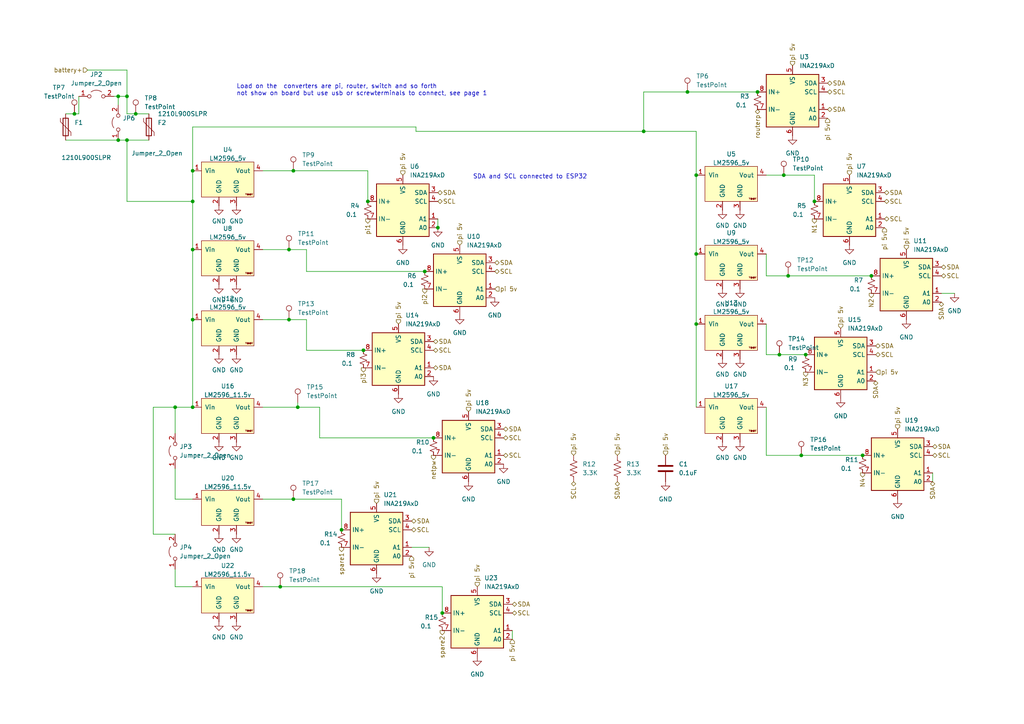
<source format=kicad_sch>
(kicad_sch (version 20211123) (generator eeschema)
  (paper "A4")
  (lib_symbols
    (symbol "Analog_ADC:INA219AxD"
      (property "Reference" "U" (at -6.35 8.89 0))
      (property "Value" "INA219AxD" (at 5.08 8.89 0))
      (symbol "INA219AxD_0_1"
        (rectangle (start -7.62 7.62) (end 7.62 -7.62) (stroke (width 0.254)) (fill (type background)))
      )
      (symbol "INA219AxD_1_1"
        (pin input line (at 10.16 -2.54 180) (length 2.54) (name "A1") (number "1"))
        (pin input line (at 10.16 -5.08 180) (length 2.54) (name "A0") (number "2"))
        (pin bidirectional line (at 10.16 5.08 180) (length 2.54) (name "SDA") (number "3"))
        (pin input line (at 10.16 2.54 180) (length 2.54) (name "SCL") (number "4"))
        (pin power_in line (at 0 10.16 270) (length 2.54) (name "VS") (number "5"))
        (pin power_in line (at 0 -10.16 90) (length 2.54) (name "GND") (number "6"))
        (pin input line (at -10.16 -2.54 0) (length 2.54) (name "IN-") (number "7"))
        (pin input line (at -10.16 2.54 0) (length 2.54) (name "IN+") (number "8"))
      )
    )
    (symbol "Connector:TestPoint" (pin_numbers hide) (pin_names (offset 0.762) hide)
      (property "Reference" "TP" (at 0 6.858 0))
      (property "Value" "TestPoint" (at 0 5.08 0))
      (symbol "TestPoint_0_1"
        (circle (center 0 3.302) (radius 0.762))
      )
      (symbol "TestPoint_1_1"
        (pin passive line (at 0 0 90) (length 2.54) (name "1") (number "1"))
      )
    )
    (symbol "Device:C" (pin_numbers hide) (pin_names (offset 0.254))
      (property "Reference" "C" (at 0.635 2.54 0))
      (property "Value" "C" (at 0.635 -2.54 0))
      (symbol "C_0_1"
        (polyline (pts (xy -2.032 -0.762) (xy 2.032 -0.762)) (stroke (width 0.508)))
        (polyline (pts (xy -2.032 0.762) (xy 2.032 0.762)) (stroke (width 0.508)))
      )
      (symbol "C_1_1"
        (pin passive line (at 0 3.81 270) (length 2.794) (name "~") (number "1"))
        (pin passive line (at 0 -3.81 90) (length 2.794) (name "~") (number "2"))
      )
    )
    (symbol "Device:Polyfuse" (pin_numbers hide) (pin_names (offset 0))
      (property "Reference" "F" (at -2.54 0 90))
      (property "Value" "Polyfuse" (at 2.54 0 90))
      (symbol "Polyfuse_0_1"
        (rectangle (start -0.762 2.54) (end 0.762 -2.54) (stroke (width 0.254)))
        (polyline (pts (xy 0 2.54) (xy 0 -2.54)))
        (polyline (pts (xy -1.524 2.54) (xy -1.524 1.524) (xy 1.524 -1.524) (xy 1.524 -2.54)))
      )
      (symbol "Polyfuse_1_1"
        (pin passive line (at 0 3.81 270) (length 1.27) (name "~") (number "1"))
        (pin passive line (at 0 -3.81 90) (length 1.27) (name "~") (number "2"))
      )
    )
    (symbol "Device:R_Small_US" (pin_numbers hide) (pin_names (offset 0.254) hide)
      (property "Reference" "R" (at 0.762 0.508 0))
      (property "Value" "R_Small_US" (at 0.762 -1.016 0))
      (symbol "R_Small_US_1_1"
        (polyline (pts (xy 0 0) (xy 1.016 -0.381) (xy 0 -0.762) (xy -1.016 -1.143) (xy 0 -1.524)))
        (polyline (pts (xy 0 1.524) (xy 1.016 1.143) (xy 0 0.762) (xy -1.016 0.381) (xy 0 0)))
        (pin passive line (at 0 2.54 270) (length 1.016) (name "~") (number "1"))
        (pin passive line (at 0 -2.54 90) (length 1.016) (name "~") (number "2"))
      )
    )
    (symbol "Device:R_US" (pin_numbers hide) (pin_names (offset 0))
      (property "Reference" "R" (at 2.54 0 90))
      (property "Value" "R_US" (at -2.54 0 90))
      (symbol "R_US_0_1"
        (polyline (pts (xy 0 -2.286) (xy 0 -2.54)))
        (polyline (pts (xy 0 2.286) (xy 0 2.54)))
        (polyline (pts (xy 0 -0.762) (xy 1.016 -1.143) (xy 0 -1.524) (xy -1.016 -1.905) (xy 0 -2.286)))
        (polyline (pts (xy 0 0.762) (xy 1.016 0.381) (xy 0 0) (xy -1.016 -0.381) (xy 0 -0.762)))
        (polyline (pts (xy 0 2.286) (xy 1.016 1.905) (xy 0 1.524) (xy -1.016 1.143) (xy 0 0.762)))
      )
      (symbol "R_US_1_1"
        (pin passive line (at 0 3.81 270) (length 1.27) (name "~") (number "1"))
        (pin passive line (at 0 -3.81 90) (length 1.27) (name "~") (number "2"))
      )
    )
    (symbol "Jumper:Jumper_2_Open" (pin_names (offset 0) hide)
      (property "Reference" "JP" (at 0 2.794 0))
      (property "Value" "Jumper_2_Open" (at 0 -2.286 0))
      (symbol "Jumper_2_Open_0_0"
        (circle (center -2.032 0) (radius 0.508))
        (circle (center 2.032 0) (radius 0.508))
      )
      (symbol "Jumper_2_Open_0_1"
        (arc (start 1.524 1.27) (mid 0 1.778) (end -1.524 1.27))
      )
      (symbol "Jumper_2_Open_1_1"
        (pin passive line (at -5.08 0 0) (length 2.54) (name "A") (number "1"))
        (pin passive line (at 5.08 0 180) (length 2.54) (name "B") (number "2"))
      )
    )
    (symbol "power:GND" (power) (pin_names (offset 0))
      (property "Value" "GND" (at 0 -3.81 0))
      (symbol "GND_0_1"
        (polyline (pts (xy 0 0) (xy 0 -1.27) (xy 1.27 -1.27) (xy 0 -2.54) (xy -1.27 -1.27) (xy 0 -1.27)))
      )
      (symbol "GND_1_1"
        (pin power_in line (at 0 0 270) (length 0) hide (name "GND") (number "1"))
      )
    )
    (symbol "powermanagement:YAAJ_DCDC_StepDown_LM2596" (pin_names (offset 1.016))
      (property "Reference" "U" (at -5.08 6.35 0))
      (property "Value" "YAAJ_DCDC_StepDown_LM2596" (at 0 11.43 0))
      (symbol "YAAJ_DCDC_StepDown_LM2596_0_1"
        (rectangle (start -7.62 5.08) (end 7.62 -5.08) (fill (type background)))
      )
      (symbol "YAAJ_DCDC_StepDown_LM2596_1_1"
        (text "Y@@V" (at 6.1976 -4.2672 0) (effects (font (size 0.508 0.508))))
        (pin power_in line (at -10.16 2.54 0) (length 2.54) (name "Vin") (number "1"))
        (pin power_in line (at -2.54 -7.62 90) (length 2.54) (name "GND") (number "2"))
        (pin power_in line (at 2.54 -7.62 90) (length 2.54) (name "GND") (number "3"))
        (pin power_out line (at 10.16 2.54 180) (length 2.54) (name "Vout") (number "4"))
      )
    )
  )
  (junction (at 219.71 26.67))
  (junction (at 39.37 33.02))
  (junction (at 55.88 72.39))
  (junction (at 125.73 127))
  (junction (at 227.33 50.8))
  (junction (at 201.93 93.98))
  (junction (at 81.28 170.18))
  (junction (at 228.6 80.01))
  (junction (at 55.88 58.42))
  (junction (at 199.39 26.67))
  (junction (at 55.88 118.11))
  (junction (at 55.88 49.53))
  (junction (at 236.22 58.42))
  (junction (at 128.27 177.8))
  (junction (at 105.41 101.6))
  (junction (at 83.82 72.39))
  (junction (at 99.06 153.67))
  (junction (at 85.09 49.53))
  (junction (at 83.82 92.71))
  (junction (at 34.29 40.64))
  (junction (at 123.19 78.74))
  (junction (at 86.36 118.11))
  (junction (at 233.68 102.87))
  (junction (at 250.19 132.08))
  (junction (at 36.83 27.94))
  (junction (at 201.93 73.66))
  (junction (at 226.06 102.87))
  (junction (at 201.93 50.8))
  (junction (at 55.88 92.71))
  (junction (at 50.8 118.11))
  (junction (at 127 66.04))
  (junction (at 106.68 58.42))
  (junction (at 21.59 33.02))
  (junction (at 232.41 132.08))
  (junction (at 36.83 40.64))
  (junction (at 34.29 27.94))
  (junction (at 186.69 38.1))
  (junction (at 85.09 144.78))
  (junction (at 252.73 80.01))
  (wire (pts (xy 222.25 102.87) (xy 222.25 93.98)))
  (wire (pts (xy 33.02 27.94) (xy 34.29 27.94)))
  (wire (pts (xy 44.45 118.11) (xy 44.45 154.94)))
  (wire (pts (xy 88.9 101.6) (xy 88.9 92.71)))
  (wire (pts (xy 250.19 132.08) (xy 232.41 132.08)))
  (wire (pts (xy 36.83 58.42) (xy 55.88 58.42)))
  (wire (pts (xy 76.2 49.53) (xy 85.09 49.53)))
  (wire (pts (xy 270.51 137.16) (xy 270.51 139.7)))
  (wire (pts (xy 36.83 40.64) (xy 36.83 58.42)))
  (wire (pts (xy 34.29 40.64) (xy 36.83 40.64)))
  (wire (pts (xy 273.05 85.09) (xy 276.86 85.09)))
  (wire (pts (xy 123.19 78.74) (xy 88.9 78.74)))
  (wire (pts (xy 34.29 27.94) (xy 36.83 27.94)))
  (wire (pts (xy 36.83 33.02) (xy 36.83 27.94)))
  (wire (pts (xy 236.22 58.42) (xy 236.22 50.8)))
  (wire (pts (xy 55.88 36.83) (xy 120.65 36.83)))
  (wire (pts (xy 201.93 38.1) (xy 201.93 50.8)))
  (wire (pts (xy 201.93 50.8) (xy 201.93 73.66)))
  (wire (pts (xy 36.83 33.02) (xy 39.37 33.02)))
  (wire (pts (xy 39.37 33.02) (xy 43.18 33.02)))
  (wire (pts (xy 22.86 27.94) (xy 22.86 33.02)))
  (wire (pts (xy 199.39 26.67) (xy 219.71 26.67)))
  (wire (pts (xy 34.29 27.94) (xy 34.29 30.48)))
  (wire (pts (xy 21.59 33.02) (xy 19.05 33.02)))
  (wire (pts (xy 236.22 50.8) (xy 227.33 50.8)))
  (wire (pts (xy 233.68 102.87) (xy 226.06 102.87)))
  (wire (pts (xy 86.36 118.11) (xy 92.71 118.11)))
  (wire (pts (xy 232.41 132.08) (xy 222.25 132.08)))
  (wire (pts (xy 88.9 78.74) (xy 88.9 72.39)))
  (wire (pts (xy 83.82 92.71) (xy 88.9 92.71)))
  (wire (pts (xy 50.8 165.1) (xy 50.8 170.18)))
  (wire (pts (xy 120.65 38.1) (xy 120.65 36.83)))
  (wire (pts (xy 222.25 132.08) (xy 222.25 118.11)))
  (wire (pts (xy 86.36 116.84) (xy 86.36 118.11)))
  (wire (pts (xy 228.6 80.01) (xy 222.25 80.01)))
  (wire (pts (xy 222.25 80.01) (xy 222.25 73.66)))
  (wire (pts (xy 55.88 72.39) (xy 55.88 92.71)))
  (wire (pts (xy 83.82 72.39) (xy 88.9 72.39)))
  (wire (pts (xy 76.2 92.71) (xy 83.82 92.71)))
  (wire (pts (xy 55.88 49.53) (xy 55.88 58.42)))
  (wire (pts (xy 201.93 93.98) (xy 201.93 118.11)))
  (wire (pts (xy 201.93 73.66) (xy 201.93 93.98)))
  (wire (pts (xy 55.88 58.42) (xy 55.88 72.39)))
  (wire (pts (xy 186.69 26.67) (xy 199.39 26.67)))
  (wire (pts (xy 186.69 38.1) (xy 120.65 38.1)))
  (wire (pts (xy 105.41 101.6) (xy 88.9 101.6)))
  (wire (pts (xy 36.83 27.94) (xy 36.83 20.32)))
  (wire (pts (xy 50.8 170.18) (xy 55.88 170.18)))
  (wire (pts (xy 36.83 40.64) (xy 43.18 40.64)))
  (wire (pts (xy 201.93 38.1) (xy 186.69 38.1)))
  (wire (pts (xy 76.2 118.11) (xy 86.36 118.11)))
  (wire (pts (xy 81.28 170.18) (xy 128.27 170.18)))
  (wire (pts (xy 44.45 154.94) (xy 50.8 154.94)))
  (wire (pts (xy 119.38 158.75) (xy 124.46 158.75)))
  (wire (pts (xy 55.88 118.11) (xy 50.8 118.11)))
  (wire (pts (xy 125.73 127) (xy 92.71 127)))
  (wire (pts (xy 226.06 102.87) (xy 222.25 102.87)))
  (wire (pts (xy 85.09 144.78) (xy 99.06 144.78)))
  (wire (pts (xy 22.86 33.02) (xy 21.59 33.02)))
  (wire (pts (xy 19.05 40.64) (xy 34.29 40.64)))
  (wire (pts (xy 55.88 49.53) (xy 55.88 36.83)))
  (wire (pts (xy 252.73 80.01) (xy 228.6 80.01)))
  (wire (pts (xy 148.59 182.88) (xy 148.59 185.42)))
  (wire (pts (xy 76.2 144.78) (xy 85.09 144.78)))
  (wire (pts (xy 128.27 170.18) (xy 128.27 177.8)))
  (wire (pts (xy 92.71 127) (xy 92.71 118.11)))
  (wire (pts (xy 127 63.5) (xy 127 66.04)))
  (wire (pts (xy 85.09 49.53) (xy 106.68 49.53)))
  (wire (pts (xy 50.8 118.11) (xy 44.45 118.11)))
  (wire (pts (xy 106.68 58.42) (xy 106.68 49.53)))
  (wire (pts (xy 227.33 50.8) (xy 222.25 50.8)))
  (wire (pts (xy 76.2 170.18) (xy 81.28 170.18)))
  (wire (pts (xy 76.2 72.39) (xy 83.82 72.39)))
  (wire (pts (xy 186.69 38.1) (xy 186.69 26.67)))
  (wire (pts (xy 50.8 144.78) (xy 55.88 144.78)))
  (wire (pts (xy 36.83 20.32) (xy 25.4 20.32)))
  (wire (pts (xy 99.06 144.78) (xy 99.06 153.67)))
  (wire (pts (xy 50.8 135.89) (xy 50.8 144.78)))
  (wire (pts (xy 55.88 92.71) (xy 55.88 118.11)))
  (wire (pts (xy 50.8 118.11) (xy 50.8 125.73)))
  (text "Load on the  converters are pi, router, switch and so forth\nnot show on board but use usb or screwterminals to connect, see page 1\n" (at 68.58 27.94 0) (effects (font (size 1.27 1.27)) (justify left bottom)))
  (text "SDA and SCL connected to ESP32" (at 137.16 52.07 0) (effects (font (size 1.27 1.27)) (justify left bottom)))
  (hierarchical_label "SDA" (shape bidirectional) (at 119.38 151.13 0))
  (hierarchical_label "SDA" (shape bidirectional) (at 256.54 55.88 0))
  (hierarchical_label "SDA" (shape bidirectional) (at 146.05 124.46 0))
  (hierarchical_label "SCL" (shape bidirectional) (at 127 58.42 0))
  (hierarchical_label "SCL" (shape bidirectional) (at 273.05 80.01 0))
  (hierarchical_label "pi 5v" (shape input) (at 148.59 185.42 270))
  (hierarchical_label "SDA" (shape bidirectional) (at 125.73 99.06 0))
  (hierarchical_label "SCL" (shape bidirectional) (at 256.54 63.5 0))
  (hierarchical_label "SCL" (shape bidirectional) (at 125.73 101.6 0))
  (hierarchical_label "SCL" (shape bidirectional) (at 270.51 132.08 0))
  (hierarchical_label "pi 5v" (shape input) (at 143.51 83.82 0))
  (hierarchical_label "pi2" (shape output) (at 123.19 83.82 270))
  (hierarchical_label "pi 5v" (shape input) (at 260.35 124.46 90))
  (hierarchical_label "pi 5v" (shape input) (at 119.38 161.29 270))
  (hierarchical_label "netpw" (shape output) (at 125.73 132.08 270))
  (hierarchical_label "pi3" (shape output) (at 105.41 106.68 270))
  (hierarchical_label "SDA" (shape bidirectional) (at 143.51 76.2 0))
  (hierarchical_label "battery+" (shape input) (at 25.4 20.32 180))
  (hierarchical_label "spare2" (shape output) (at 128.27 182.88 270))
  (hierarchical_label "pi 5v" (shape input) (at 115.57 93.98 90))
  (hierarchical_label "SDA" (shape bidirectional) (at 179.07 139.7 270))
  (hierarchical_label "pi 5v" (shape input) (at 135.89 119.38 90))
  (hierarchical_label "SCL" (shape bidirectional) (at 166.37 139.7 270))
  (hierarchical_label "pi 5v" (shape input) (at 116.84 50.8 90))
  (hierarchical_label "SDA" (shape bidirectional) (at 273.05 77.47 0))
  (hierarchical_label "SDA" (shape bidirectional) (at 125.73 106.68 0))
  (hierarchical_label "pi 5v" (shape input) (at 193.04 132.08 90))
  (hierarchical_label "pi 5v" (shape input) (at 109.22 146.05 90))
  (hierarchical_label "SDA" (shape bidirectional) (at 254 100.33 0))
  (hierarchical_label "pi1" (shape output) (at 106.68 63.5 270))
  (hierarchical_label "pi 5v" (shape input) (at 229.87 19.05 90))
  (hierarchical_label "SCL" (shape bidirectional) (at 254 102.87 0))
  (hierarchical_label "SDA" (shape bidirectional) (at 254 110.49 270))
  (hierarchical_label "SCL" (shape bidirectional) (at 143.51 78.74 0))
  (hierarchical_label "pi 5v" (shape input) (at 246.38 50.8 90))
  (hierarchical_label "spare1" (shape output) (at 99.06 158.75 270))
  (hierarchical_label "SCL" (shape bidirectional) (at 146.05 132.08 0))
  (hierarchical_label "SCL" (shape bidirectional) (at 146.05 127 0))
  (hierarchical_label "pi 5v" (shape input) (at 254 107.95 0))
  (hierarchical_label "N3" (shape output) (at 233.68 107.95 270))
  (hierarchical_label "SCL" (shape bidirectional) (at 256.54 58.42 0))
  (hierarchical_label "pi 5v" (shape input) (at 256.54 66.04 270))
  (hierarchical_label "routerp" (shape bidirectional) (at 219.71 31.75 270))
  (hierarchical_label "SDA" (shape bidirectional) (at 240.03 31.75 0))
  (hierarchical_label "pi 5v" (shape input) (at 243.84 95.25 90))
  (hierarchical_label "pi 5v" (shape input) (at 240.03 34.29 270))
  (hierarchical_label "SDA" (shape bidirectional) (at 273.05 87.63 270))
  (hierarchical_label "N1" (shape output) (at 236.22 63.5 270))
  (hierarchical_label "N4" (shape output) (at 250.19 137.16 270))
  (hierarchical_label "SCL" (shape bidirectional) (at 240.03 26.67 0))
  (hierarchical_label "SCL" (shape bidirectional) (at 148.59 177.8 0))
  (hierarchical_label "pi 5v" (shape input) (at 138.43 170.18 90))
  (hierarchical_label "SDA" (shape bidirectional) (at 270.51 139.7 270))
  (hierarchical_label "SCL" (shape bidirectional) (at 119.38 153.67 0))
  (hierarchical_label "SDA" (shape bidirectional) (at 270.51 129.54 0))
  (hierarchical_label "N2" (shape output) (at 252.73 85.09 270))
  (hierarchical_label "SDA" (shape bidirectional) (at 148.59 175.26 0))
  (hierarchical_label "SDA" (shape bidirectional) (at 240.03 24.13 0))
  (hierarchical_label "pi 5v" (shape input) (at 166.37 132.08 90))
  (hierarchical_label "pi 5v" (shape input) (at 133.35 71.12 90))
  (hierarchical_label "pi 5v" (shape input) (at 262.89 72.39 90))
  (hierarchical_label "pi 5v" (shape input) (at 179.07 132.08 90))
  (hierarchical_label "SDA" (shape bidirectional) (at 127 55.88 0))
  (symbol (lib_id "power:GND") (at 209.55 83.82 0) (unit 1)
    (property "Reference" "#PWR023" (effects hide))
    (property "Value" "GND" (at 209.55 88.2634 0))
  )
  (symbol (lib_id "power:GND") (at 68.58 82.55 0) (unit 1)
    (property "Reference" "#PWR022" (effects hide))
    (property "Value" "GND" (at 68.58 86.9934 0))
  )
  (symbol (lib_id "power:GND") (at 193.04 139.7 0) (unit 1)
    (property "Reference" "#PWR041" (effects hide))
    (property "Value" "GND" (at 193.04 144.78 0))
  )
  (symbol (lib_id "power:GND") (at 68.58 180.34 0) (unit 1)
    (property "Reference" "#PWR048" (effects hide))
    (property "Value" "GND" (at 68.58 184.7834 0))
  )
  (symbol (lib_id "power:GND") (at 209.55 128.27 0) (unit 1)
    (property "Reference" "#PWR037" (effects hide))
    (property "Value" "GND" (at 209.55 132.7134 0))
  )
  (symbol (lib_id "Connector:TestPoint") (at 86.36 116.84 0) (unit 1)
    (property "Reference" "TP15" (at 88.9 112.2679 0) (effects (justify left)))
    (property "Value" "TestPoint" (at 88.9 114.8079 0) (effects (justify left)))
    (property "Footprint" "TestPoint:TestPoint_Plated_Hole_D2.0mm" (effects hide))
  )
  (symbol (lib_id "power:GND") (at 260.35 144.78 0) (unit 1)
    (property "Reference" "#PWR042" (effects hide))
    (property "Value" "GND" (at 260.35 149.86 0))
  )
  (symbol (lib_id "Connector:TestPoint") (at 228.6 80.01 0) (unit 1)
    (property "Reference" "TP12" (at 231.14 75.4379 0) (effects (justify left)))
    (property "Value" "TestPoint" (at 231.14 77.9779 0) (effects (justify left)))
    (property "Footprint" "TestPoint:TestPoint_Plated_Hole_D2.0mm" (effects hide))
  )
  (symbol (lib_id "power:GND") (at 116.84 71.12 0) (unit 1)
    (property "Reference" "#PWR019" (effects hide))
    (property "Value" "GND" (at 116.84 76.2 0))
  )
  (symbol (lib_id "Device:R_Small_US") (at 252.73 82.55 180) (unit 1)
    (property "Reference" "R7" (at 247.65 81.28 0) (effects (justify right)))
    (property "Value" "0.1" (at 246.38 83.82 0) (effects (justify right)))
    (property "Footprint" "Resistor_SMD:R_2816_7142Metric_Pad3.20x4.45mm_HandSolder" (effects hide))
    (property "Purchase" "https://www.digikey.com/en/products/detail/rohm-semiconductor/GMR320HJCFAR100/14295624?s=N4IgjCBcpgbFoDGUBmBDANgZwKYBoQB7KAbRAFYAGSsSgZhAF0CAHAFyhAGU2AnASwB2AcxABfAgCZKADnIIQySOmz4ipcNQAEAWwDyACx1YmrDpBABVQfzZ6UAWRxosAV145xEkJI1YDroJsWh4mjGJAA" (effects hide))
  )
  (symbol (lib_id "Connector:TestPoint") (at 21.59 33.02 0) (unit 1)
    (property "Reference" "TP7" (at 15.24 25.4 0) (effects (justify left)))
    (property "Value" "TestPoint" (at 12.7 27.94 0) (effects (justify left)))
    (property "Footprint" "TestPoint:TestPoint_Plated_Hole_D2.0mm" (effects hide))
  )
  (symbol (lib_id "Jumper:Jumper_2_Open") (at 34.29 35.56 90) (unit 1)
    (property "Reference" "JP6" (at 35.56 34.2899 90) (effects (justify right)))
    (property "Value" "Jumper_2_Open" (at 38.1 44.45 90) (effects (justify right)))
    (property "Footprint" "Connector_PinHeader_2.00mm:PinHeader_1x02_P2.00mm_Horizontal" (effects hide))
    (property "Purchase" "NA, JUST pads" (effects hide))
  )
  (symbol (lib_id "Device:R_Small_US") (at 123.19 81.28 180) (unit 1)
    (property "Reference" "R6" (at 118.11 80.01 0) (effects (justify right)))
    (property "Value" "0.1" (at 116.84 82.55 0) (effects (justify right)))
    (property "Footprint" "Resistor_SMD:R_2816_7142Metric_Pad3.20x4.45mm_HandSolder" (effects hide))
    (property "Purchase" "https://www.digikey.com/en/products/detail/rohm-semiconductor/GMR320HJCFAR100/14295624?s=N4IgjCBcpgbFoDGUBmBDANgZwKYBoQB7KAbRAFYAGSsSgZhAF0CAHAFyhAGU2AnASwB2AcxABfAgCZKADnIIQySOmz4ipcNQAEAWwDyACx1YmrDpBABVQfzZ6UAWRxosAV145xEkJI1YDroJsWh4mjGJAA" (effects hide))
  )
  (symbol (lib_id "Connector:TestPoint") (at 226.06 102.87 0) (unit 1)
    (property "Reference" "TP14" (at 228.6 98.2979 0) (effects (justify left)))
    (property "Value" "TestPoint" (at 228.6 100.8379 0) (effects (justify left)))
    (property "Footprint" "TestPoint:TestPoint_Plated_Hole_D2.0mm" (effects hide))
  )
  (symbol (lib_id "power:GND") (at 63.5 180.34 0) (unit 1)
    (property "Reference" "#PWR047" (effects hide))
    (property "Value" "GND" (at 63.5 184.7834 0))
  )
  (symbol (lib_id "powermanagement:YAAJ_DCDC_StepDown_LM2596") (at 212.09 76.2 0) (unit 1)
    (property "Reference" "U9" (at 212.09 67.5472 0))
    (property "Value" "LM2596_5v" (at 212.09 70.0841 0))
    (property "Footprint" "lm2596:DC_DC_LM2596_small" (effects hide))
    (property "Purchase" "https://www.amazon.com/LM2596-Converter-Module-Supply-1-23V-30V/dp/B008BHBEE0" (effects hide))
  )
  (symbol (lib_id "power:GND") (at 262.89 92.71 0) (unit 1)
    (property "Reference" "#PWR027" (effects hide))
    (property "Value" "GND" (at 262.89 97.79 0))
  )
  (symbol (lib_id "power:GND") (at 214.63 83.82 0) (unit 1)
    (property "Reference" "#PWR024" (effects hide))
    (property "Value" "GND" (at 214.63 88.2634 0))
  )
  (symbol (lib_id "power:GND") (at 63.5 128.27 0) (unit 1)
    (property "Reference" "#PWR035" (effects hide))
    (property "Value" "GND" (at 63.5 132.7134 0))
  )
  (symbol (lib_id "Connector:TestPoint") (at 227.33 50.8 0) (unit 1)
    (property "Reference" "TP10" (at 229.87 46.2279 0) (effects (justify left)))
    (property "Value" "TestPoint" (at 229.87 48.7679 0) (effects (justify left)))
    (property "Footprint" "TestPoint:TestPoint_Plated_Hole_D2.0mm" (effects hide))
  )
  (symbol (lib_id "power:GND") (at 209.55 60.96 0) (unit 1)
    (property "Reference" "#PWR016" (effects hide))
    (property "Value" "GND" (at 209.55 65.4034 0))
  )
  (symbol (lib_id "Device:R_US") (at 166.37 135.89 0) (unit 1)
    (property "Reference" "R12" (at 168.91 134.6199 0) (effects (justify left)))
    (property "Value" "3.3K" (at 168.91 137.1599 0) (effects (justify left)))
    (property "Footprint" "Resistor_SMD:R_2512_6332Metric_Pad1.40x3.35mm_HandSolder" (effects hide))
    (property "Purchase" "https://www.digikey.com/en/products/detail/yageo/RT2512FKE073K3L/5947596" (effects hide))
  )
  (symbol (lib_id "power:GND") (at 124.46 158.75 0) (unit 1)
    (property "Reference" "#PWR045" (effects hide))
    (property "Value" "GND" (at 124.46 163.83 0))
  )
  (symbol (lib_id "power:GND") (at 63.5 82.55 0) (unit 1)
    (property "Reference" "#PWR021" (effects hide))
    (property "Value" "GND" (at 63.5 86.9934 0))
  )
  (symbol (lib_id "Device:R_Small_US") (at 236.22 60.96 180) (unit 1)
    (property "Reference" "R5" (at 231.14 59.69 0) (effects (justify right)))
    (property "Value" "0.1" (at 229.87 62.23 0) (effects (justify right)))
    (property "Footprint" "Resistor_SMD:R_2816_7142Metric_Pad3.20x4.45mm_HandSolder" (effects hide))
    (property "Purchase" "https://www.digikey.com/en/products/detail/rohm-semiconductor/GMR320HJCFAR100/14295624?s=N4IgjCBcpgbFoDGUBmBDANgZwKYBoQB7KAbRAFYAGSsSgZhAF0CAHAFyhAGU2AnASwB2AcxABfAgCZKADnIIQySOmz4ipcNQAEAWwDyACx1YmrDpBABVQfzZ6UAWRxosAV145xEkJI1YDroJsWh4mjGJAA" (effects hide))
  )
  (symbol (lib_id "powermanagement:YAAJ_DCDC_StepDown_LM2596") (at 66.04 172.72 0) (unit 1)
    (property "Reference" "U22" (at 66.04 164.0672 0))
    (property "Value" "LM2596_11.5v" (at 66.04 166.6041 0))
    (property "Footprint" "lm2596:DC_DC_LM2596_small" (effects hide))
  )
  (symbol (lib_id "powermanagement:YAAJ_DCDC_StepDown_LM2596") (at 212.09 120.65 0) (unit 1)
    (property "Reference" "U17" (at 212.09 111.9972 0))
    (property "Value" "LM2596_5v" (at 212.09 114.5341 0))
    (property "Footprint" "lm2596:DC_DC_LM2596_small" (effects hide))
    (property "Purchase" "https://www.amazon.com/LM2596-Converter-Module-Supply-1-23V-30V/dp/B008BHBEE0" (effects hide))
  )
  (symbol (lib_id "Device:C") (at 193.04 135.89 0) (unit 1)
    (property "Reference" "C1" (at 196.85 134.6199 0) (effects (justify left)))
    (property "Value" "0.1uF" (at 196.85 137.1599 0) (effects (justify left)))
    (property "Footprint" "Capacitor_SMD:C_1210_3225Metric_Pad1.33x2.70mm_HandSolder" (effects hide))
    (property "Datasheet" "https://www.digikey.com/en/products/detail/kemet/CDR33BX104AKSS7370/3738766" (effects hide))
    (property "Purchase" "https://www.digikey.com/en/products/detail/kemet/CDR33BX104AKUR7370/2657815" (effects hide))
  )
  (symbol (lib_id "power:GND") (at 143.51 86.36 0) (unit 1)
    (property "Reference" "#PWR026" (effects hide))
    (property "Value" "GND" (at 143.51 91.44 0))
  )
  (symbol (lib_id "Analog_ADC:INA219AxD") (at 109.22 156.21 0) (unit 1)
    (property "Reference" "U21" (at 111.2394 143.51 0) (effects (justify left)))
    (property "Value" "INA219AxD" (at 111.2394 146.05 0) (effects (justify left)))
    (property "Footprint" "Package_SO:SOIC-8_3.9x4.9mm_P1.27mm" (effects hide))
    (property "Datasheet" "http://www.ti.com/lit/ds/symlink/ina219.pdf" (effects hide))
    (property "Purchase" "https://www.digikey.com/en/products/detail/texas-instruments/INA219AIDR/1984881" (effects hide))
  )
  (symbol (lib_id "Analog_ADC:INA219AxD") (at 138.43 180.34 0) (unit 1)
    (property "Reference" "U23" (at 140.4494 167.64 0) (effects (justify left)))
    (property "Value" "INA219AxD" (at 140.4494 170.18 0) (effects (justify left)))
    (property "Footprint" "Package_SO:SOIC-8_3.9x4.9mm_P1.27mm" (effects hide))
    (property "Datasheet" "http://www.ti.com/lit/ds/symlink/ina219.pdf" (effects hide))
    (property "Purchase" "https://www.digikey.com/en/products/detail/texas-instruments/INA219AIDR/1984881" (effects hide))
  )
  (symbol (lib_id "Jumper:Jumper_2_Open") (at 27.94 27.94 0) (unit 1)
    (property "Reference" "JP2" (at 27.94 21.59 0))
    (property "Value" "Jumper_2_Open" (at 27.94 24.13 0))
    (property "Footprint" "Connector_PinHeader_2.00mm:PinHeader_1x02_P2.00mm_Horizontal" (effects hide))
    (property "Purchase" "NA, JUST pads" (effects hide))
  )
  (symbol (lib_id "power:GND") (at 214.63 60.96 0) (unit 1)
    (property "Reference" "#PWR017" (effects hide))
    (property "Value" "GND" (at 214.63 65.4034 0))
  )
  (symbol (lib_id "Jumper:Jumper_2_Open") (at 50.8 130.81 90) (unit 1)
    (property "Reference" "JP3" (at 52.07 129.5399 90) (effects (justify right)))
    (property "Value" "Jumper_2_Open" (at 52.07 132.0799 90) (effects (justify right)))
    (property "Footprint" "Connector_PinHeader_2.00mm:PinHeader_1x02_P2.00mm_Horizontal" (effects hide))
    (property "Purchase" "NA, JUST pads" (effects hide))
  )
  (symbol (lib_id "powermanagement:YAAJ_DCDC_StepDown_LM2596") (at 66.04 52.07 0) (unit 1)
    (property "Reference" "U4" (at 66.04 43.4172 0))
    (property "Value" "LM2596_5v" (at 66.04 45.9541 0))
    (property "Footprint" "lm2596:DC_DC_LM2596_small" (effects hide))
    (property "Purchase" "https://www.amazon.com/LM2596-Converter-Module-Supply-1-23V-30V/dp/B008BHBEE0" (effects hide))
  )
  (symbol (lib_id "power:GND") (at 133.35 91.44 0) (unit 1)
    (property "Reference" "#PWR0103" (effects hide))
    (property "Value" "GND" (at 133.35 96.52 0))
  )
  (symbol (lib_id "Analog_ADC:INA219AxD") (at 229.87 29.21 0) (unit 1)
    (property "Reference" "U3" (at 231.8894 16.51 0) (effects (justify left)))
    (property "Value" "INA219AxD" (at 231.8894 19.05 0) (effects (justify left)))
    (property "Footprint" "Package_SO:SOIC-8_3.9x4.9mm_P1.27mm" (effects hide))
    (property "Datasheet" "http://www.ti.com/lit/ds/symlink/ina219.pdf" (effects hide))
    (property "Purchase" "https://www.digikey.com/en/products/detail/texas-instruments/INA219AIDR/1984881" (effects hide))
  )
  (symbol (lib_id "Device:Polyfuse") (at 19.05 36.83 0) (unit 1)
    (property "Reference" "F1" (at 21.59 35.5599 0) (effects (justify left)))
    (property "Value" "1210L900SLPR" (at 17.78 45.72 0) (effects (justify left)))
    (property "Footprint" "Resistor_SMD:R_1210_3225Metric_Pad1.30x2.65mm_HandSolder" (effects hide))
    (property "Purchase" "https://www.digikey.com/en/products/detail/littelfuse-inc/1210L900SLPR/12807029?s=N4IgTCBcDaIIxjgBgDIE4lIMooAoCUQBdAXyA" (effects hide))
  )
  (symbol (lib_id "Connector:TestPoint") (at 199.39 26.67 0) (unit 1)
    (property "Reference" "TP6" (at 201.93 22.0979 0) (effects (justify left)))
    (property "Value" "TestPoint" (at 201.93 24.6379 0) (effects (justify left)))
    (property "Footprint" "TestPoint:TestPoint_Plated_Hole_D2.0mm" (effects hide))
  )
  (symbol (lib_id "power:GND") (at 63.5 102.87 0) (unit 1)
    (property "Reference" "#PWR028" (effects hide))
    (property "Value" "GND" (at 63.5 107.3134 0))
  )
  (symbol (lib_id "Connector:TestPoint") (at 39.37 33.02 0) (unit 1)
    (property "Reference" "TP8" (at 41.91 28.4479 0) (effects (justify left)))
    (property "Value" "TestPoint" (at 41.91 30.9879 0) (effects (justify left)))
    (property "Footprint" "TestPoint:TestPoint_Plated_Hole_D2.0mm" (effects hide))
  )
  (symbol (lib_id "Analog_ADC:INA219AxD") (at 260.35 134.62 0) (unit 1)
    (property "Reference" "U19" (at 262.3694 121.92 0) (effects (justify left)))
    (property "Value" "INA219AxD" (at 262.3694 124.46 0) (effects (justify left)))
    (property "Footprint" "Package_SO:SOIC-8_3.9x4.9mm_P1.27mm" (effects hide))
    (property "Datasheet" "http://www.ti.com/lit/ds/symlink/ina219.pdf" (effects hide))
    (property "Purchase" "https://www.digikey.com/en/products/detail/texas-instruments/INA219AIDR/1984881" (effects hide))
  )
  (symbol (lib_id "power:GND") (at 138.43 190.5 0) (unit 1)
    (property "Reference" "#PWR049" (effects hide))
    (property "Value" "GND" (at 138.43 195.58 0))
  )
  (symbol (lib_id "power:GND") (at 68.58 154.94 0) (unit 1)
    (property "Reference" "#PWR044" (effects hide))
    (property "Value" "GND" (at 68.58 159.3834 0))
  )
  (symbol (lib_id "Device:R_Small_US") (at 99.06 156.21 180) (unit 1)
    (property "Reference" "R14" (at 93.98 154.94 0) (effects (justify right)))
    (property "Value" "0.1" (at 92.71 157.48 0) (effects (justify right)))
    (property "Footprint" "Resistor_SMD:R_2816_7142Metric_Pad3.20x4.45mm_HandSolder" (effects hide))
    (property "Purchase" "https://www.digikey.com/en/products/detail/rohm-semiconductor/GMR320HJCFAR100/14295624?s=N4IgjCBcpgbFoDGUBmBDANgZwKYBoQB7KAbRAFYAGSsSgZhAF0CAHAFyhAGU2AnASwB2AcxABfAgCZKADnIIQySOmz4ipcNQAEAWwDyACx1YmrDpBABVQfzZ6UAWRxosAV145xEkJI1YDroJsWh4mjGJAA" (effects hide))
  )
  (symbol (lib_id "Connector:TestPoint") (at 85.09 49.53 0) (unit 1)
    (property "Reference" "TP9" (at 87.63 44.9579 0) (effects (justify left)))
    (property "Value" "TestPoint" (at 87.63 47.4979 0) (effects (justify left)))
    (property "Footprint" "TestPoint:TestPoint_Plated_Hole_D2.0mm" (effects hide))
  )
  (symbol (lib_id "Analog_ADC:INA219AxD") (at 262.89 82.55 0) (unit 1)
    (property "Reference" "U11" (at 264.9094 69.85 0) (effects (justify left)))
    (property "Value" "INA219AxD" (at 264.9094 72.39 0) (effects (justify left)))
    (property "Footprint" "Package_SO:SOIC-8_3.9x4.9mm_P1.27mm" (effects hide))
    (property "Datasheet" "http://www.ti.com/lit/ds/symlink/ina219.pdf" (effects hide))
    (property "Purchase" "https://www.digikey.com/en/products/detail/texas-instruments/INA219AIDR/1984881" (effects hide))
  )
  (symbol (lib_id "Device:R_Small_US") (at 105.41 104.14 180) (unit 1)
    (property "Reference" "R8" (at 100.33 102.87 0) (effects (justify right)))
    (property "Value" "0.1" (at 99.06 105.41 0) (effects (justify right)))
    (property "Footprint" "Resistor_SMD:R_2816_7142Metric_Pad3.20x4.45mm_HandSolder" (effects hide))
    (property "Purchase" "https://www.digikey.com/en/products/detail/rohm-semiconductor/GMR320HJCFAR100/14295624?s=N4IgjCBcpgbFoDGUBmBDANgZwKYBoQB7KAbRAFYAGSsSgZhAF0CAHAFyhAGU2AnASwB2AcxABfAgCZKADnIIQySOmz4ipcNQAEAWwDyACx1YmrDpBABVQfzZ6UAWRxosAV145xEkJI1YDroJsWh4mjGJAA" (effects hide))
  )
  (symbol (lib_id "powermanagement:YAAJ_DCDC_StepDown_LM2596") (at 66.04 147.32 0) (unit 1)
    (property "Reference" "U20" (at 66.04 138.6672 0))
    (property "Value" "LM2596_11.5v" (at 66.04 141.2041 0))
    (property "Footprint" "lm2596:DC_DC_LM2596_small" (effects hide))
  )
  (symbol (lib_id "power:GND") (at 115.57 114.3 0) (unit 1)
    (property "Reference" "#PWR033" (effects hide))
    (property "Value" "GND" (at 115.57 119.38 0))
  )
  (symbol (lib_id "Device:R_Small_US") (at 233.68 105.41 180) (unit 1)
    (property "Reference" "R9" (at 228.6 104.14 0) (effects (justify right)))
    (property "Value" "0.1" (at 227.33 106.68 0) (effects (justify right)))
    (property "Footprint" "Resistor_SMD:R_2816_7142Metric_Pad3.20x4.45mm_HandSolder" (effects hide))
    (property "Purchase" "https://www.digikey.com/en/products/detail/rohm-semiconductor/GMR320HJCFAR100/14295624?s=N4IgjCBcpgbFoDGUBmBDANgZwKYBoQB7KAbRAFYAGSsSgZhAF0CAHAFyhAGU2AnASwB2AcxABfAgCZKADnIIQySOmz4ipcNQAEAWwDyACx1YmrDpBABVQfzZ6UAWRxosAV145xEkJI1YDroJsWh4mjGJAA" (effects hide))
  )
  (symbol (lib_id "power:GND") (at 276.86 85.09 0) (unit 1)
    (property "Reference" "#PWR025" (effects hide))
    (property "Value" "GND" (at 276.86 90.17 0))
  )
  (symbol (lib_id "Analog_ADC:INA219AxD") (at 115.57 104.14 0) (unit 1)
    (property "Reference" "U14" (at 117.5894 91.44 0) (effects (justify left)))
    (property "Value" "INA219AxD" (at 117.5894 93.98 0) (effects (justify left)))
    (property "Footprint" "Package_SO:SOIC-8_3.9x4.9mm_P1.27mm" (effects hide))
    (property "Datasheet" "http://www.ti.com/lit/ds/symlink/ina219.pdf" (effects hide))
    (property "Purchase" "https://www.digikey.com/en/products/detail/texas-instruments/INA219AIDR/1984881" (effects hide))
  )
  (symbol (lib_id "Device:R_Small_US") (at 125.73 129.54 180) (unit 1)
    (property "Reference" "R10" (at 120.65 128.27 0) (effects (justify right)))
    (property "Value" "0.1" (at 119.38 130.81 0) (effects (justify right)))
    (property "Footprint" "Resistor_SMD:R_2816_7142Metric_Pad3.20x4.45mm_HandSolder" (effects hide))
    (property "Purchase" "https://www.digikey.com/en/products/detail/rohm-semiconductor/GMR320HJCFAR100/14295624?s=N4IgjCBcpgbFoDGUBmBDANgZwKYBoQB7KAbRAFYAGSsSgZhAF0CAHAFyhAGU2AnASwB2AcxABfAgCZKADnIIQySOmz4ipcNQAEAWwDyACx1YmrDpBABVQfzZ6UAWRxosAV145xEkJI1YDroJsWh4mjGJAA" (effects hide))
  )
  (symbol (lib_id "power:GND") (at 125.73 109.22 0) (unit 1)
    (property "Reference" "#PWR032" (effects hide))
    (property "Value" "GND" (at 125.73 114.3 0))
  )
  (symbol (lib_id "power:GND") (at 135.89 139.7 0) (unit 1)
    (property "Reference" "#PWR040" (effects hide))
    (property "Value" "GND" (at 135.89 144.78 0))
  )
  (symbol (lib_id "power:GND") (at 63.5 154.94 0) (unit 1)
    (property "Reference" "#PWR043" (effects hide))
    (property "Value" "GND" (at 63.5 159.3834 0))
  )
  (symbol (lib_id "Jumper:Jumper_2_Open") (at 50.8 160.02 90) (unit 1)
    (property "Reference" "JP4" (at 52.07 158.7499 90) (effects (justify right)))
    (property "Value" "Jumper_2_Open" (at 52.07 161.2899 90) (effects (justify right)))
    (property "Footprint" "Connector_PinHeader_2.00mm:PinHeader_1x02_P2.00mm_Horizontal" (effects hide))
    (property "Purchase" "NA, JUST pads" (effects hide))
  )
  (symbol (lib_id "power:GND") (at 109.22 166.37 0) (unit 1)
    (property "Reference" "#PWR046" (effects hide))
    (property "Value" "GND" (at 109.22 171.45 0))
  )
  (symbol (lib_id "Analog_ADC:INA219AxD") (at 246.38 60.96 0) (unit 1)
    (property "Reference" "U7" (at 248.3994 48.26 0) (effects (justify left)))
    (property "Value" "INA219AxD" (at 248.3994 50.8 0) (effects (justify left)))
    (property "Footprint" "Package_SO:SOIC-8_3.9x4.9mm_P1.27mm" (effects hide))
    (property "Datasheet" "http://www.ti.com/lit/ds/symlink/ina219.pdf" (effects hide))
    (property "Purchase" "https://www.digikey.com/en/products/detail/texas-instruments/INA219AIDR/1984881" (effects hide))
  )
  (symbol (lib_id "powermanagement:YAAJ_DCDC_StepDown_LM2596") (at 212.09 53.34 0) (unit 1)
    (property "Reference" "U5" (at 212.09 44.6872 0))
    (property "Value" "LM2596_5v" (at 212.09 47.2241 0))
    (property "Footprint" "lm2596:DC_DC_LM2596_small" (effects hide))
    (property "Purchase" "https://www.amazon.com/LM2596-Converter-Module-Supply-1-23V-30V/dp/B008BHBEE0" (effects hide))
  )
  (symbol (lib_id "power:GND") (at 68.58 102.87 0) (unit 1)
    (property "Reference" "#PWR029" (effects hide))
    (property "Value" "GND" (at 68.58 107.3134 0))
  )
  (symbol (lib_id "power:GND") (at 246.38 71.12 0) (unit 1)
    (property "Reference" "#PWR020" (effects hide))
    (property "Value" "GND" (at 246.38 76.2 0))
  )
  (symbol (lib_id "Device:R_Small_US") (at 128.27 180.34 180) (unit 1)
    (property "Reference" "R15" (at 123.19 179.07 0) (effects (justify right)))
    (property "Value" "0.1" (at 121.92 181.61 0) (effects (justify right)))
    (property "Footprint" "Resistor_SMD:R_2816_7142Metric_Pad3.20x4.45mm_HandSolder" (effects hide))
    (property "Purchase" "https://www.digikey.com/en/products/detail/rohm-semiconductor/GMR320HJCFAR100/14295624?s=N4IgjCBcpgbFoDGUBmBDANgZwKYBoQB7KAbRAFYAGSsSgZhAF0CAHAFyhAGU2AnASwB2AcxABfAgCZKADnIIQySOmz4ipcNQAEAWwDyACx1YmrDpBABVQfzZ6UAWRxosAV145xEkJI1YDroJsWh4mjGJAA" (effects hide))
  )
  (symbol (lib_id "Analog_ADC:INA219AxD") (at 133.35 81.28 0) (unit 1)
    (property "Reference" "U10" (at 135.3694 68.58 0) (effects (justify left)))
    (property "Value" "INA219AxD" (at 135.3694 71.12 0) (effects (justify left)))
    (property "Footprint" "Package_SO:SOIC-8_3.9x4.9mm_P1.27mm" (effects hide))
    (property "Datasheet" "http://www.ti.com/lit/ds/symlink/ina219.pdf" (effects hide))
    (property "Purchase" "https://www.digikey.com/en/products/detail/texas-instruments/INA219AIDR/1984881" (effects hide))
  )
  (symbol (lib_id "power:GND") (at 127 66.04 0) (unit 1)
    (property "Reference" "#PWR018" (effects hide))
    (property "Value" "GND" (at 127 71.12 0))
  )
  (symbol (lib_id "Device:R_Small_US") (at 106.68 60.96 180) (unit 1)
    (property "Reference" "R4" (at 101.6 59.69 0) (effects (justify right)))
    (property "Value" "0.1" (at 100.33 62.23 0) (effects (justify right)))
    (property "Footprint" "Resistor_SMD:R_2816_7142Metric_Pad3.20x4.45mm_HandSolder" (effects hide))
    (property "Purchase" "https://www.digikey.com/en/products/detail/rohm-semiconductor/GMR320HJCFAR100/14295624?s=N4IgjCBcpgbFoDGUBmBDANgZwKYBoQB7KAbRAFYAGSsSgZhAF0CAHAFyhAGU2AnASwB2AcxABfAgCZKADnIIQySOmz4ipcNQAEAWwDyACx1YmrDpBABVQfzZ6UAWRxosAV145xEkJI1YDroJsWh4mjGJAA" (effects hide))
  )
  (symbol (lib_id "powermanagement:YAAJ_DCDC_StepDown_LM2596") (at 66.04 74.93 0) (unit 1)
    (property "Reference" "U8" (at 66.04 66.2772 0))
    (property "Value" "LM2596_5v" (at 66.04 68.8141 0))
    (property "Footprint" "lm2596:DC_DC_LM2596_small" (effects hide))
    (property "Purchase" "https://www.amazon.com/LM2596-Converter-Module-Supply-1-23V-30V/dp/B008BHBEE0" (effects hide))
  )
  (symbol (lib_id "Device:Polyfuse") (at 43.18 36.83 0) (unit 1)
    (property "Reference" "F2" (at 45.72 35.5599 0) (effects (justify left)))
    (property "Value" "1210L900SLPR" (at 45.72 33.02 0) (effects (justify left)))
    (property "Footprint" "Resistor_SMD:R_1210_3225Metric_Pad1.30x2.65mm_HandSolder" (effects hide))
    (property "Purchase" "https://www.digikey.com/en/products/detail/littelfuse-inc/1210L900SLPR/12807029?s=N4IgTCBcDaIIxjgBgDIE4lIMooAoCUQBdAXyA" (effects hide))
  )
  (symbol (lib_id "Analog_ADC:INA219AxD") (at 135.89 129.54 0) (unit 1)
    (property "Reference" "U18" (at 137.9094 116.84 0) (effects (justify left)))
    (property "Value" "INA219AxD" (at 137.9094 119.38 0) (effects (justify left)))
    (property "Footprint" "Package_SO:SOIC-8_3.9x4.9mm_P1.27mm" (effects hide))
    (property "Datasheet" "http://www.ti.com/lit/ds/symlink/ina219.pdf" (effects hide))
    (property "Purchase" "https://www.digikey.com/en/products/detail/texas-instruments/INA219AIDR/1984881" (effects hide))
  )
  (symbol (lib_id "Analog_ADC:INA219AxD") (at 116.84 60.96 0) (unit 1)
    (property "Reference" "U6" (at 118.8594 48.26 0) (effects (justify left)))
    (property "Value" "INA219AxD" (at 118.8594 50.8 0) (effects (justify left)))
    (property "Footprint" "Package_SO:SOIC-8_3.9x4.9mm_P1.27mm" (effects hide))
    (property "Datasheet" "http://www.ti.com/lit/ds/symlink/ina219.pdf" (effects hide))
    (property "Purchase" "https://www.digikey.com/en/products/detail/texas-instruments/INA219AIDR/1984881" (effects hide))
  )
  (symbol (lib_id "powermanagement:YAAJ_DCDC_StepDown_LM2596") (at 66.04 95.25 0) (unit 1)
    (property "Reference" "U12" (at 66.04 86.5972 0))
    (property "Value" "LM2596_5v" (at 66.04 89.1341 0))
    (property "Footprint" "lm2596:DC_DC_LM2596_small" (effects hide))
    (property "Purchase" "https://www.amazon.com/LM2596-Converter-Module-Supply-1-23V-30V/dp/B008BHBEE0" (effects hide))
  )
  (symbol (lib_id "Device:R_Small_US") (at 219.71 29.21 180) (unit 1)
    (property "Reference" "R3" (at 214.63 27.94 0) (effects (justify right)))
    (property "Value" "0.1" (at 213.36 30.48 0) (effects (justify right)))
    (property "Footprint" "Resistor_SMD:R_2816_7142Metric_Pad3.20x4.45mm_HandSolder" (effects hide))
    (property "Purchase" "https://www.digikey.com/en/products/detail/rohm-semiconductor/GMR320HJCFAR100/14295624?s=N4IgjCBcpgbFoDGUBmBDANgZwKYBoQB7KAbRAFYAGSsSgZhAF0CAHAFyhAGU2AnASwB2AcxABfAgCZKADnIIQySOmz4ipcNQAEAWwDyACx1YmrDpBABVQfzZ6UAWRxosAV145xEkJI1YDroJsWh4mjGJAA" (effects hide))
  )
  (symbol (lib_id "Connector:TestPoint") (at 85.09 144.78 0) (unit 1)
    (property "Reference" "TP17" (at 87.63 140.2079 0) (effects (justify left)))
    (property "Value" "TestPoint" (at 87.63 142.7479 0) (effects (justify left)))
    (property "Footprint" "TestPoint:TestPoint_Plated_Hole_D2.0mm" (effects hide))
  )
  (symbol (lib_id "Connector:TestPoint") (at 232.41 132.08 0) (unit 1)
    (property "Reference" "TP16" (at 234.95 127.5079 0) (effects (justify left)))
    (property "Value" "TestPoint" (at 234.95 130.0479 0) (effects (justify left)))
    (property "Footprint" "TestPoint:TestPoint_Plated_Hole_D2.0mm" (effects hide))
  )
  (symbol (lib_id "power:GND") (at 68.58 128.27 0) (unit 1)
    (property "Reference" "#PWR036" (effects hide))
    (property "Value" "GND" (at 68.58 132.7134 0))
  )
  (symbol (lib_id "powermanagement:YAAJ_DCDC_StepDown_LM2596") (at 212.09 96.52 0) (unit 1)
    (property "Reference" "U13" (at 212.09 87.8672 0))
    (property "Value" "LM2596_5v" (at 212.09 90.4041 0))
    (property "Footprint" "lm2596:DC_DC_LM2596_small" (effects hide))
    (property "Purchase" "https://www.amazon.com/LM2596-Converter-Module-Supply-1-23V-30V/dp/B008BHBEE0" (effects hide))
  )
  (symbol (lib_id "Analog_ADC:INA219AxD") (at 243.84 105.41 0) (unit 1)
    (property "Reference" "U15" (at 245.8594 92.71 0) (effects (justify left)))
    (property "Value" "INA219AxD" (at 245.8594 95.25 0) (effects (justify left)))
    (property "Footprint" "Package_SO:SOIC-8_3.9x4.9mm_P1.27mm" (effects hide))
    (property "Datasheet" "http://www.ti.com/lit/ds/symlink/ina219.pdf" (effects hide))
    (property "Purchase" "https://www.digikey.com/en/products/detail/texas-instruments/INA219AIDR/1984881" (effects hide))
  )
  (symbol (lib_id "Connector:TestPoint") (at 81.28 170.18 0) (unit 1)
    (property "Reference" "TP18" (at 83.82 165.6079 0) (effects (justify left)))
    (property "Value" "TestPoint" (at 83.82 168.1479 0) (effects (justify left)))
    (property "Footprint" "TestPoint:TestPoint_Plated_Hole_D2.0mm" (effects hide))
  )
  (symbol (lib_id "Device:R_Small_US") (at 250.19 134.62 180) (unit 1)
    (property "Reference" "R11" (at 245.11 133.35 0) (effects (justify right)))
    (property "Value" "0.1" (at 243.84 135.89 0) (effects (justify right)))
    (property "Footprint" "Resistor_SMD:R_2816_7142Metric_Pad3.20x4.45mm_HandSolder" (effects hide))
    (property "Purchase" "https://www.digikey.com/en/products/detail/rohm-semiconductor/GMR320HJCFAR100/14295624?s=N4IgjCBcpgbFoDGUBmBDANgZwKYBoQB7KAbRAFYAGSsSgZhAF0CAHAFyhAGU2AnASwB2AcxABfAgCZKADnIIQySOmz4ipcNQAEAWwDyACx1YmrDpBABVQfzZ6UAWRxosAV145xEkJI1YDroJsWh4mjGJAA" (effects hide))
  )
  (symbol (lib_id "Connector:TestPoint") (at 83.82 92.71 0) (unit 1)
    (property "Reference" "TP13" (at 86.36 88.1379 0) (effects (justify left)))
    (property "Value" "TestPoint" (at 86.36 90.6779 0) (effects (justify left)))
    (property "Footprint" "TestPoint:TestPoint_Plated_Hole_D2.0mm" (effects hide))
  )
  (symbol (lib_id "powermanagement:YAAJ_DCDC_StepDown_LM2596") (at 66.04 120.65 0) (unit 1)
    (property "Reference" "U16" (at 66.04 111.9972 0))
    (property "Value" "LM2596_11.5v" (at 66.04 114.5341 0))
    (property "Footprint" "lm2596:DC_DC_LM2596_small" (effects hide))
  )
  (symbol (lib_id "power:GND") (at 214.63 128.27 0) (unit 1)
    (property "Reference" "#PWR038" (effects hide))
    (property "Value" "GND" (at 214.63 132.7134 0))
  )
  (symbol (lib_id "power:GND") (at 68.58 59.69 0) (unit 1)
    (property "Reference" "#PWR015" (effects hide))
    (property "Value" "GND" (at 68.58 64.1334 0))
  )
  (symbol (lib_id "power:GND") (at 229.87 39.37 0) (unit 1)
    (property "Reference" "#PWR013" (effects hide))
    (property "Value" "GND" (at 229.87 44.45 0))
  )
  (symbol (lib_id "power:GND") (at 209.55 104.14 0) (unit 1)
    (property "Reference" "#PWR030" (effects hide))
    (property "Value" "GND" (at 209.55 108.5834 0))
  )
  (symbol (lib_id "Connector:TestPoint") (at 83.82 72.39 0) (unit 1)
    (property "Reference" "TP11" (at 86.36 67.8179 0) (effects (justify left)))
    (property "Value" "TestPoint" (at 86.36 70.3579 0) (effects (justify left)))
    (property "Footprint" "TestPoint:TestPoint_Plated_Hole_D2.0mm" (effects hide))
  )
  (symbol (lib_id "power:GND") (at 146.05 134.62 0) (unit 1)
    (property "Reference" "#PWR039" (effects hide))
    (property "Value" "GND" (at 146.05 139.7 0))
  )
  (symbol (lib_id "power:GND") (at 63.5 59.69 0) (unit 1)
    (property "Reference" "#PWR014" (effects hide))
    (property "Value" "GND" (at 63.5 64.1334 0))
  )
  (symbol (lib_id "Device:R_US") (at 179.07 135.89 0) (unit 1)
    (property "Reference" "R13" (at 181.61 134.6199 0) (effects (justify left)))
    (property "Value" "3.3K" (at 181.61 137.1599 0) (effects (justify left)))
    (property "Footprint" "Resistor_SMD:R_2512_6332Metric_Pad1.40x3.35mm_HandSolder" (effects hide))
    (property "Purchase" "https://www.digikey.com/en/products/detail/yageo/RT2512FKE073K3L/5947596" (effects hide))
  )
  (symbol (lib_id "power:GND") (at 243.84 115.57 0) (unit 1)
    (property "Reference" "#PWR034" (effects hide))
    (property "Value" "GND" (at 243.84 120.65 0))
  )
  (symbol (lib_id "power:GND") (at 214.63 104.14 0) (unit 1)
    (property "Reference" "#PWR031" (effects hide))
    (property "Value" "GND" (at 214.63 108.5834 0))
  )
)
</source>
